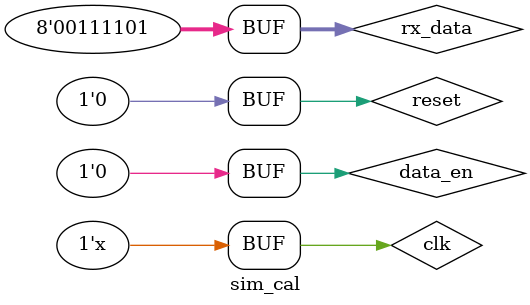
<source format=v>
`timescale 1ns/1ps
module sim_cal();

	reg clk;
	reg reset;
	reg [7:0]rx_data;
	reg data_en;
	reg busy;
	wire [7:0]tx_data;
	wire tx_data_en;

	initial begin
		reset <= 1'b1;
		clk <= 1'b0;
		rx_data <= 1'b0;
		data_en <= 1'b0;
		busy <= 1'b0;
		#100
		
		reset <= 1'b0;
		data_en <= 1'b1;
		rx_data <= 8'h32;//数字2
		#10
		
		data_en <= 1'b0;
		#100
		
		data_en <= 1'b1;
		rx_data <= 8'h31;//数字1
		#10
		
		data_en <= 1'b0;
		#100
		
		data_en <= 1'b1;
		rx_data <= 8'h34;//数字4
		#10
		
		data_en <= 1'b0;
		#100
		
		data_en <= 1'b1;
		rx_data <= 8'h37;//数字7
		#10
		
		data_en <= 1'b0;
		#100
		
		data_en <= 1'b1;
		rx_data <= 8'h34;//数字4
		#10
		
		data_en <= 1'b0;
		#100
		
		data_en <= 1'b1;
		rx_data <= 8'h38;//数字8
		#10
		
		data_en <= 1'b0;
		#100
		
		data_en <= 1'b1;
		rx_data <= 8'h33;//数字3
		#10
		
		data_en <= 1'b0;
		#100
		
		data_en <= 1'b1;
		rx_data <= 8'h36;//数字6
		#10
		
		data_en <= 1'b0;
		#100
		
		data_en <= 1'b1;
		rx_data <= 8'h34;//数字4
		#10
		
		data_en <= 1'b0;
		#100
		
		data_en <= 1'b1;
		rx_data <= 8'h38;//数字8
		#10
		
		data_en <= 1'b0;
		#100
		
		data_en <= 1'b1;
		rx_data <= 8'h2A;//乘法
		#10
		
		data_en <= 1'b0;
		#100
		
		data_en <= 1'b1;
		rx_data <= 8'h2D;//负号
		#10
		
		data_en <= 1'b0;
		#100
		
		data_en <= 1'b1;
		rx_data <= 8'h32;//数字2
		#10
		
		data_en <= 1'b0;
		#100
		
		data_en <= 1'b1;
		rx_data <= 8'h31;//数字1
		#10
		
		data_en <= 1'b0;
		#100
		
		data_en <= 1'b1;
		rx_data <= 8'h34;//数字4
		#10
		
		data_en <= 1'b0;
		#100
		
		data_en <= 1'b1;
		rx_data <= 8'h37;//数字7
		#10
		
		data_en <= 1'b0;
		#100
		
		data_en <= 1'b1;
		rx_data <= 8'h34;//数字4
		#10
		
		data_en <= 1'b0;
		#100
		
		data_en <= 1'b1;
		rx_data <= 8'h38;//数字8
		#10
		
		data_en <= 1'b0;
		#100
		
		data_en <= 1'b1;
		rx_data <= 8'h33;//数字3
		#10
		
		data_en <= 1'b0;
		#100
		
		data_en <= 1'b1;
		rx_data <= 8'h36;//数字6
		#10
		
		data_en <= 1'b0;
		#100
		
		data_en <= 1'b1;
		rx_data <= 8'h34;//数字4
		#10
		
		data_en <= 1'b0;
		#100
		
		data_en <= 1'b1;
		rx_data <= 8'h38;//数字8
		#10
		
		data_en <= 1'b0;
		#100
		
		data_en <= 1'b1;
		rx_data <= 8'h3D;//等号
		#10
		
		data_en <= 1'b0;
		
		
		
	end
	always #5 clk <= ~clk;
	always @(posedge clk)begin
		if(tx_data_en==1'b1)begin
		   #20
			busy <= 1'b1;
			#100
			busy <= 1'b0;
		end
	end
	calculator UUT(
		.clk(clk),
		.reset(reset),
		.data_en(data_en),
		.busy(busy),
		.rx_data(rx_data),//接收数据
		.tx_data(tx_data),//发送数据
		.tx_en(tx_data_en)//发送使能信号
	);
	
endmodule    
</source>
